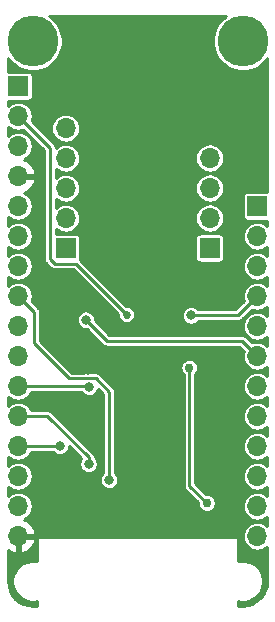
<source format=gbl>
G04 #@! TF.GenerationSoftware,KiCad,Pcbnew,5.1.4-e60b266~84~ubuntu19.04.1*
G04 #@! TF.CreationDate,2019-10-25T13:24:14-07:00*
G04 #@! TF.ProjectId,Wifi-FeatherWing,57696669-2d46-4656-9174-68657257696e,rev?*
G04 #@! TF.SameCoordinates,Original*
G04 #@! TF.FileFunction,Copper,L2,Bot*
G04 #@! TF.FilePolarity,Positive*
%FSLAX46Y46*%
G04 Gerber Fmt 4.6, Leading zero omitted, Abs format (unit mm)*
G04 Created by KiCad (PCBNEW 5.1.4-e60b266~84~ubuntu19.04.1) date 2019-10-25 13:24:14*
%MOMM*%
%LPD*%
G04 APERTURE LIST*
%ADD10O,1.700000X1.700000*%
%ADD11R,1.700000X1.700000*%
%ADD12C,4.300000*%
%ADD13C,0.800000*%
%ADD14C,0.762000*%
%ADD15C,0.685800*%
%ADD16C,0.250000*%
%ADD17C,0.228600*%
%ADD18C,0.254000*%
G04 APERTURE END LIST*
D10*
X163525200Y-120416320D03*
X163525200Y-117876320D03*
X163525200Y-115336320D03*
X163525200Y-112796320D03*
X163525200Y-110256320D03*
X163525200Y-107716320D03*
X163525200Y-105176320D03*
X163525200Y-102636320D03*
X163525200Y-100096320D03*
X163525200Y-97556320D03*
X163525200Y-95016320D03*
D11*
X163525200Y-92476320D03*
X143289020Y-82314560D03*
D10*
X143289020Y-84854560D03*
X143289020Y-87394560D03*
X143289020Y-89934560D03*
X143289020Y-92474560D03*
X143289020Y-95014560D03*
X143289020Y-97554560D03*
X143289020Y-100094560D03*
X143289020Y-102634560D03*
X143289020Y-105174560D03*
X143289020Y-107714560D03*
X143289020Y-110254560D03*
X143289020Y-112794560D03*
X143289020Y-115334560D03*
X143289020Y-117874560D03*
X143289020Y-120414560D03*
D12*
X144520920Y-78519020D03*
X162300920Y-78519020D03*
D11*
X159512000Y-96024700D03*
D10*
X159512000Y-93484700D03*
X159512000Y-90944700D03*
X159512000Y-88404700D03*
D11*
X147320000Y-96037400D03*
D10*
X147320000Y-93497400D03*
X147320000Y-90957400D03*
X147320000Y-88417400D03*
X147320000Y-85877400D03*
D13*
X149011990Y-102093960D03*
X159448500Y-115570000D03*
X153901000Y-111081600D03*
D14*
X148457920Y-98996510D03*
D15*
X148717000Y-103378000D03*
X153924000Y-108458000D03*
X156464000Y-111125000D03*
D13*
X149224992Y-106331828D03*
D15*
X158622994Y-99060000D03*
D14*
X145605500Y-100965000D03*
D15*
X154051000Y-98996500D03*
D14*
X159263080Y-117612160D03*
X157784796Y-106146600D03*
D15*
X152463484Y-101663484D03*
D13*
X150992842Y-115671600D03*
X149254377Y-114311390D03*
X146812000Y-112776000D03*
X149311360Y-107772200D03*
X157924530Y-101727000D03*
D16*
X149411989Y-102493959D02*
X149011990Y-102093960D01*
X150778630Y-103860600D02*
X149411989Y-102493959D01*
X163525200Y-105176320D02*
X162209480Y-103860600D01*
X162209480Y-103860600D02*
X150778630Y-103860600D01*
D17*
X157784796Y-106685415D02*
X157784796Y-106146600D01*
X159263080Y-117612160D02*
X157784796Y-116133876D01*
X157784796Y-116133876D02*
X157784796Y-106685415D01*
X148145500Y-97345500D02*
X152463484Y-101663484D01*
X146367500Y-97345500D02*
X148145500Y-97345500D01*
X145968720Y-96946720D02*
X146367500Y-97345500D01*
X143289020Y-84854560D02*
X145968720Y-87534260D01*
X145968720Y-87534260D02*
X145968720Y-96946720D01*
D16*
X150992842Y-115105915D02*
X150992842Y-115671600D01*
X150992842Y-108193842D02*
X150992842Y-115105915D01*
X148971000Y-107061000D02*
X149860000Y-107061000D01*
X149860000Y-107061000D02*
X150992842Y-108193842D01*
D17*
X147634960Y-107061000D02*
X148907500Y-107061000D01*
X144647920Y-104073960D02*
X147634960Y-107061000D01*
X143289020Y-100094560D02*
X144647920Y-101453460D01*
X144647920Y-101453460D02*
X144647920Y-104073960D01*
D16*
X145763232Y-110254560D02*
X149254377Y-113745705D01*
X149254377Y-113745705D02*
X149254377Y-114311390D01*
X143289020Y-110254560D02*
X145763232Y-110254560D01*
X143289020Y-112794560D02*
X146793440Y-112794560D01*
X146793440Y-112794560D02*
X146812000Y-112776000D01*
X149253720Y-107714560D02*
X149311360Y-107772200D01*
X143289020Y-107714560D02*
X149253720Y-107714560D01*
X161894520Y-101727000D02*
X158490215Y-101727000D01*
X158490215Y-101727000D02*
X157924530Y-101727000D01*
X163525200Y-100096320D02*
X161894520Y-101727000D01*
D18*
G36*
X160687502Y-76553064D02*
G01*
X160334964Y-76905602D01*
X160057977Y-77320142D01*
X159867185Y-77780755D01*
X159769920Y-78269738D01*
X159769920Y-78768302D01*
X159867185Y-79257285D01*
X160057977Y-79717898D01*
X160334964Y-80132438D01*
X160687502Y-80484976D01*
X161102042Y-80761963D01*
X161562655Y-80952755D01*
X162051638Y-81050020D01*
X162550202Y-81050020D01*
X163039185Y-80952755D01*
X163499798Y-80761963D01*
X163914338Y-80484976D01*
X164266876Y-80132438D01*
X164381360Y-79961101D01*
X164381360Y-91244084D01*
X164375200Y-91243477D01*
X162675200Y-91243477D01*
X162600511Y-91250833D01*
X162528692Y-91272619D01*
X162462504Y-91307998D01*
X162404489Y-91355609D01*
X162356878Y-91413624D01*
X162321499Y-91479812D01*
X162299713Y-91551631D01*
X162292357Y-91626320D01*
X162292357Y-93326320D01*
X162299713Y-93401009D01*
X162321499Y-93472828D01*
X162356878Y-93539016D01*
X162404489Y-93597031D01*
X162462504Y-93644642D01*
X162528692Y-93680021D01*
X162600511Y-93701807D01*
X162675200Y-93709163D01*
X164375200Y-93709163D01*
X164381360Y-93708556D01*
X164381360Y-94126478D01*
X164212416Y-93987829D01*
X163998563Y-93873522D01*
X163766518Y-93803132D01*
X163585672Y-93785320D01*
X163464728Y-93785320D01*
X163283882Y-93803132D01*
X163051837Y-93873522D01*
X162837984Y-93987829D01*
X162650540Y-94141660D01*
X162496709Y-94329104D01*
X162382402Y-94542957D01*
X162312012Y-94775002D01*
X162288244Y-95016320D01*
X162312012Y-95257638D01*
X162382402Y-95489683D01*
X162496709Y-95703536D01*
X162650540Y-95890980D01*
X162837984Y-96044811D01*
X163051837Y-96159118D01*
X163283882Y-96229508D01*
X163464728Y-96247320D01*
X163585672Y-96247320D01*
X163766518Y-96229508D01*
X163998563Y-96159118D01*
X164212416Y-96044811D01*
X164381360Y-95906162D01*
X164381360Y-96666478D01*
X164212416Y-96527829D01*
X163998563Y-96413522D01*
X163766518Y-96343132D01*
X163585672Y-96325320D01*
X163464728Y-96325320D01*
X163283882Y-96343132D01*
X163051837Y-96413522D01*
X162837984Y-96527829D01*
X162650540Y-96681660D01*
X162496709Y-96869104D01*
X162382402Y-97082957D01*
X162312012Y-97315002D01*
X162288244Y-97556320D01*
X162312012Y-97797638D01*
X162382402Y-98029683D01*
X162496709Y-98243536D01*
X162650540Y-98430980D01*
X162837984Y-98584811D01*
X163051837Y-98699118D01*
X163283882Y-98769508D01*
X163464728Y-98787320D01*
X163585672Y-98787320D01*
X163766518Y-98769508D01*
X163998563Y-98699118D01*
X164212416Y-98584811D01*
X164381360Y-98446162D01*
X164381360Y-99206478D01*
X164212416Y-99067829D01*
X163998563Y-98953522D01*
X163766518Y-98883132D01*
X163585672Y-98865320D01*
X163464728Y-98865320D01*
X163283882Y-98883132D01*
X163051837Y-98953522D01*
X162837984Y-99067829D01*
X162650540Y-99221660D01*
X162496709Y-99409104D01*
X162382402Y-99622957D01*
X162312012Y-99855002D01*
X162288244Y-100096320D01*
X162312012Y-100337638D01*
X162371659Y-100534269D01*
X161684929Y-101221000D01*
X158523031Y-101221000D01*
X158422389Y-101120358D01*
X158294472Y-101034887D01*
X158152339Y-100976013D01*
X158001452Y-100946000D01*
X157847608Y-100946000D01*
X157696721Y-100976013D01*
X157554588Y-101034887D01*
X157426671Y-101120358D01*
X157317888Y-101229141D01*
X157232417Y-101357058D01*
X157173543Y-101499191D01*
X157143530Y-101650078D01*
X157143530Y-101803922D01*
X157173543Y-101954809D01*
X157232417Y-102096942D01*
X157317888Y-102224859D01*
X157426671Y-102333642D01*
X157554588Y-102419113D01*
X157696721Y-102477987D01*
X157847608Y-102508000D01*
X158001452Y-102508000D01*
X158152339Y-102477987D01*
X158294472Y-102419113D01*
X158422389Y-102333642D01*
X158523031Y-102233000D01*
X161869674Y-102233000D01*
X161894520Y-102235447D01*
X161919366Y-102233000D01*
X161919374Y-102233000D01*
X161993713Y-102225678D01*
X162089095Y-102196745D01*
X162176999Y-102149759D01*
X162254047Y-102086527D01*
X162269896Y-102067215D01*
X163087251Y-101249861D01*
X163283882Y-101309508D01*
X163464728Y-101327320D01*
X163585672Y-101327320D01*
X163766518Y-101309508D01*
X163998563Y-101239118D01*
X164212416Y-101124811D01*
X164381360Y-100986162D01*
X164381361Y-101746478D01*
X164212416Y-101607829D01*
X163998563Y-101493522D01*
X163766518Y-101423132D01*
X163585672Y-101405320D01*
X163464728Y-101405320D01*
X163283882Y-101423132D01*
X163051837Y-101493522D01*
X162837984Y-101607829D01*
X162650540Y-101761660D01*
X162496709Y-101949104D01*
X162382402Y-102162957D01*
X162312012Y-102395002D01*
X162288244Y-102636320D01*
X162312012Y-102877638D01*
X162382402Y-103109683D01*
X162496709Y-103323536D01*
X162650540Y-103510980D01*
X162837984Y-103664811D01*
X163051837Y-103779118D01*
X163283882Y-103849508D01*
X163464728Y-103867320D01*
X163585672Y-103867320D01*
X163766518Y-103849508D01*
X163998563Y-103779118D01*
X164212416Y-103664811D01*
X164381361Y-103526162D01*
X164381361Y-104286478D01*
X164212416Y-104147829D01*
X163998563Y-104033522D01*
X163766518Y-103963132D01*
X163585672Y-103945320D01*
X163464728Y-103945320D01*
X163283882Y-103963132D01*
X163087251Y-104022779D01*
X162584856Y-103520385D01*
X162569007Y-103501073D01*
X162491959Y-103437841D01*
X162404055Y-103390855D01*
X162308673Y-103361922D01*
X162234334Y-103354600D01*
X162234326Y-103354600D01*
X162209480Y-103352153D01*
X162184634Y-103354600D01*
X150988222Y-103354600D01*
X149792990Y-102159369D01*
X149792990Y-102017038D01*
X149762977Y-101866151D01*
X149704103Y-101724018D01*
X149618632Y-101596101D01*
X149509849Y-101487318D01*
X149381932Y-101401847D01*
X149239799Y-101342973D01*
X149088912Y-101312960D01*
X148935068Y-101312960D01*
X148784181Y-101342973D01*
X148642048Y-101401847D01*
X148514131Y-101487318D01*
X148405348Y-101596101D01*
X148319877Y-101724018D01*
X148261003Y-101866151D01*
X148230990Y-102017038D01*
X148230990Y-102170882D01*
X148261003Y-102321769D01*
X148319877Y-102463902D01*
X148405348Y-102591819D01*
X148514131Y-102700602D01*
X148642048Y-102786073D01*
X148784181Y-102844947D01*
X148935068Y-102874960D01*
X149077399Y-102874960D01*
X150403258Y-104200820D01*
X150419103Y-104220127D01*
X150496151Y-104283359D01*
X150584055Y-104330345D01*
X150679436Y-104359278D01*
X150689324Y-104360252D01*
X150753776Y-104366600D01*
X150753783Y-104366600D01*
X150778629Y-104369047D01*
X150803475Y-104366600D01*
X161999889Y-104366600D01*
X162371659Y-104738371D01*
X162312012Y-104935002D01*
X162288244Y-105176320D01*
X162312012Y-105417638D01*
X162382402Y-105649683D01*
X162496709Y-105863536D01*
X162650540Y-106050980D01*
X162837984Y-106204811D01*
X163051837Y-106319118D01*
X163283882Y-106389508D01*
X163464728Y-106407320D01*
X163585672Y-106407320D01*
X163766518Y-106389508D01*
X163998563Y-106319118D01*
X164212416Y-106204811D01*
X164381361Y-106066162D01*
X164381361Y-106826478D01*
X164212416Y-106687829D01*
X163998563Y-106573522D01*
X163766518Y-106503132D01*
X163585672Y-106485320D01*
X163464728Y-106485320D01*
X163283882Y-106503132D01*
X163051837Y-106573522D01*
X162837984Y-106687829D01*
X162650540Y-106841660D01*
X162496709Y-107029104D01*
X162382402Y-107242957D01*
X162312012Y-107475002D01*
X162288244Y-107716320D01*
X162312012Y-107957638D01*
X162382402Y-108189683D01*
X162496709Y-108403536D01*
X162650540Y-108590980D01*
X162837984Y-108744811D01*
X163051837Y-108859118D01*
X163283882Y-108929508D01*
X163464728Y-108947320D01*
X163585672Y-108947320D01*
X163766518Y-108929508D01*
X163998563Y-108859118D01*
X164212416Y-108744811D01*
X164381361Y-108606162D01*
X164381361Y-109366478D01*
X164212416Y-109227829D01*
X163998563Y-109113522D01*
X163766518Y-109043132D01*
X163585672Y-109025320D01*
X163464728Y-109025320D01*
X163283882Y-109043132D01*
X163051837Y-109113522D01*
X162837984Y-109227829D01*
X162650540Y-109381660D01*
X162496709Y-109569104D01*
X162382402Y-109782957D01*
X162312012Y-110015002D01*
X162288244Y-110256320D01*
X162312012Y-110497638D01*
X162382402Y-110729683D01*
X162496709Y-110943536D01*
X162650540Y-111130980D01*
X162837984Y-111284811D01*
X163051837Y-111399118D01*
X163283882Y-111469508D01*
X163464728Y-111487320D01*
X163585672Y-111487320D01*
X163766518Y-111469508D01*
X163998563Y-111399118D01*
X164212416Y-111284811D01*
X164381361Y-111146162D01*
X164381361Y-111906478D01*
X164212416Y-111767829D01*
X163998563Y-111653522D01*
X163766518Y-111583132D01*
X163585672Y-111565320D01*
X163464728Y-111565320D01*
X163283882Y-111583132D01*
X163051837Y-111653522D01*
X162837984Y-111767829D01*
X162650540Y-111921660D01*
X162496709Y-112109104D01*
X162382402Y-112322957D01*
X162312012Y-112555002D01*
X162288244Y-112796320D01*
X162312012Y-113037638D01*
X162382402Y-113269683D01*
X162496709Y-113483536D01*
X162650540Y-113670980D01*
X162837984Y-113824811D01*
X163051837Y-113939118D01*
X163283882Y-114009508D01*
X163464728Y-114027320D01*
X163585672Y-114027320D01*
X163766518Y-114009508D01*
X163998563Y-113939118D01*
X164212416Y-113824811D01*
X164381361Y-113686162D01*
X164381361Y-114446478D01*
X164212416Y-114307829D01*
X163998563Y-114193522D01*
X163766518Y-114123132D01*
X163585672Y-114105320D01*
X163464728Y-114105320D01*
X163283882Y-114123132D01*
X163051837Y-114193522D01*
X162837984Y-114307829D01*
X162650540Y-114461660D01*
X162496709Y-114649104D01*
X162382402Y-114862957D01*
X162312012Y-115095002D01*
X162288244Y-115336320D01*
X162312012Y-115577638D01*
X162382402Y-115809683D01*
X162496709Y-116023536D01*
X162650540Y-116210980D01*
X162837984Y-116364811D01*
X163051837Y-116479118D01*
X163283882Y-116549508D01*
X163464728Y-116567320D01*
X163585672Y-116567320D01*
X163766518Y-116549508D01*
X163998563Y-116479118D01*
X164212416Y-116364811D01*
X164381361Y-116226162D01*
X164381361Y-116986478D01*
X164212416Y-116847829D01*
X163998563Y-116733522D01*
X163766518Y-116663132D01*
X163585672Y-116645320D01*
X163464728Y-116645320D01*
X163283882Y-116663132D01*
X163051837Y-116733522D01*
X162837984Y-116847829D01*
X162650540Y-117001660D01*
X162496709Y-117189104D01*
X162382402Y-117402957D01*
X162312012Y-117635002D01*
X162288244Y-117876320D01*
X162312012Y-118117638D01*
X162382402Y-118349683D01*
X162496709Y-118563536D01*
X162650540Y-118750980D01*
X162837984Y-118904811D01*
X163051837Y-119019118D01*
X163283882Y-119089508D01*
X163464728Y-119107320D01*
X163585672Y-119107320D01*
X163766518Y-119089508D01*
X163998563Y-119019118D01*
X164212416Y-118904811D01*
X164381361Y-118766162D01*
X164381361Y-119526478D01*
X164212416Y-119387829D01*
X163998563Y-119273522D01*
X163766518Y-119203132D01*
X163585672Y-119185320D01*
X163464728Y-119185320D01*
X163283882Y-119203132D01*
X163051837Y-119273522D01*
X162837984Y-119387829D01*
X162650540Y-119541660D01*
X162496709Y-119729104D01*
X162382402Y-119942957D01*
X162312012Y-120175002D01*
X162288244Y-120416320D01*
X162312012Y-120657638D01*
X162382402Y-120889683D01*
X162496709Y-121103536D01*
X162650540Y-121290980D01*
X162837984Y-121444811D01*
X163051837Y-121559118D01*
X163283882Y-121629508D01*
X163464728Y-121647320D01*
X163585672Y-121647320D01*
X163766518Y-121629508D01*
X163998563Y-121559118D01*
X164212416Y-121444811D01*
X164381361Y-121306162D01*
X164381361Y-124202244D01*
X164339525Y-124628919D01*
X164222092Y-125017879D01*
X164031347Y-125376618D01*
X163774553Y-125691478D01*
X163461498Y-125950459D01*
X163104094Y-126143707D01*
X162715966Y-126263853D01*
X162290604Y-126308560D01*
X161925000Y-126308560D01*
X161925000Y-125929157D01*
X162130431Y-125970020D01*
X162471409Y-125970020D01*
X162805834Y-125903499D01*
X163120856Y-125773013D01*
X163404368Y-125583576D01*
X163645476Y-125342468D01*
X163834913Y-125058956D01*
X163965399Y-124743934D01*
X164031920Y-124409509D01*
X164031920Y-124068531D01*
X163965399Y-123734106D01*
X163834913Y-123419084D01*
X163645476Y-123135572D01*
X163404368Y-122894464D01*
X163120856Y-122705027D01*
X162805834Y-122574541D01*
X162471409Y-122508020D01*
X162130431Y-122508020D01*
X161925000Y-122548883D01*
X161925000Y-120650000D01*
X161922560Y-120625224D01*
X161915333Y-120601399D01*
X161903597Y-120579443D01*
X161887803Y-120560197D01*
X161868557Y-120544403D01*
X161846601Y-120532667D01*
X161822776Y-120525440D01*
X161798000Y-120523000D01*
X145034000Y-120523000D01*
X145009224Y-120525440D01*
X144985399Y-120532667D01*
X144963443Y-120544403D01*
X144944197Y-120560197D01*
X144928403Y-120579443D01*
X144916667Y-120601399D01*
X144909440Y-120625224D01*
X144907000Y-120650000D01*
X144907000Y-122550904D01*
X144691409Y-122508020D01*
X144350431Y-122508020D01*
X144016006Y-122574541D01*
X143700984Y-122705027D01*
X143417472Y-122894464D01*
X143176364Y-123135572D01*
X142986927Y-123419084D01*
X142856441Y-123734106D01*
X142789920Y-124068531D01*
X142789920Y-124409509D01*
X142856441Y-124743934D01*
X142986927Y-125058956D01*
X143176364Y-125342468D01*
X143417472Y-125583576D01*
X143700984Y-125773013D01*
X144016006Y-125903499D01*
X144350431Y-125970020D01*
X144691409Y-125970020D01*
X144907000Y-125927136D01*
X144907000Y-126308560D01*
X144539665Y-126308560D01*
X144113001Y-126266725D01*
X143724041Y-126149292D01*
X143365302Y-125958547D01*
X143050442Y-125701753D01*
X142791461Y-125388698D01*
X142598213Y-125031294D01*
X142478067Y-124643166D01*
X142433360Y-124217804D01*
X142433360Y-121625044D01*
X142657768Y-121758717D01*
X142932129Y-121856041D01*
X143162020Y-121735374D01*
X143162020Y-120541560D01*
X143416020Y-120541560D01*
X143416020Y-121735374D01*
X143645911Y-121856041D01*
X143920272Y-121758717D01*
X144170375Y-121609738D01*
X144386608Y-121414829D01*
X144560661Y-121181480D01*
X144685845Y-120918659D01*
X144730496Y-120771450D01*
X144609175Y-120541560D01*
X143416020Y-120541560D01*
X143162020Y-120541560D01*
X143142020Y-120541560D01*
X143142020Y-120287560D01*
X143162020Y-120287560D01*
X143162020Y-120267560D01*
X143416020Y-120267560D01*
X143416020Y-120287560D01*
X144609175Y-120287560D01*
X144730496Y-120057670D01*
X144685845Y-119910461D01*
X144560661Y-119647640D01*
X144386608Y-119414291D01*
X144170375Y-119219382D01*
X143920272Y-119070403D01*
X143765715Y-119015577D01*
X143976236Y-118903051D01*
X144163680Y-118749220D01*
X144317511Y-118561776D01*
X144431818Y-118347923D01*
X144502208Y-118115878D01*
X144525976Y-117874560D01*
X144502208Y-117633242D01*
X144431818Y-117401197D01*
X144317511Y-117187344D01*
X144163680Y-116999900D01*
X143976236Y-116846069D01*
X143762383Y-116731762D01*
X143530338Y-116661372D01*
X143349492Y-116643560D01*
X143228548Y-116643560D01*
X143047702Y-116661372D01*
X142815657Y-116731762D01*
X142601804Y-116846069D01*
X142433360Y-116984307D01*
X142433360Y-116224813D01*
X142601804Y-116363051D01*
X142815657Y-116477358D01*
X143047702Y-116547748D01*
X143228548Y-116565560D01*
X143349492Y-116565560D01*
X143530338Y-116547748D01*
X143762383Y-116477358D01*
X143976236Y-116363051D01*
X144163680Y-116209220D01*
X144317511Y-116021776D01*
X144431818Y-115807923D01*
X144502208Y-115575878D01*
X144525976Y-115334560D01*
X144502208Y-115093242D01*
X144431818Y-114861197D01*
X144317511Y-114647344D01*
X144163680Y-114459900D01*
X143976236Y-114306069D01*
X143762383Y-114191762D01*
X143530338Y-114121372D01*
X143349492Y-114103560D01*
X143228548Y-114103560D01*
X143047702Y-114121372D01*
X142815657Y-114191762D01*
X142601804Y-114306069D01*
X142433360Y-114444307D01*
X142433360Y-113684813D01*
X142601804Y-113823051D01*
X142815657Y-113937358D01*
X143047702Y-114007748D01*
X143228548Y-114025560D01*
X143349492Y-114025560D01*
X143530338Y-114007748D01*
X143762383Y-113937358D01*
X143976236Y-113823051D01*
X144163680Y-113669220D01*
X144317511Y-113481776D01*
X144414373Y-113300560D01*
X146232059Y-113300560D01*
X146314141Y-113382642D01*
X146442058Y-113468113D01*
X146584191Y-113526987D01*
X146735078Y-113557000D01*
X146888922Y-113557000D01*
X147039809Y-113526987D01*
X147181942Y-113468113D01*
X147309859Y-113382642D01*
X147418642Y-113273859D01*
X147504113Y-113145942D01*
X147562987Y-113003809D01*
X147593000Y-112852922D01*
X147593000Y-112799920D01*
X148631263Y-113838183D01*
X148562264Y-113941448D01*
X148503390Y-114083581D01*
X148473377Y-114234468D01*
X148473377Y-114388312D01*
X148503390Y-114539199D01*
X148562264Y-114681332D01*
X148647735Y-114809249D01*
X148756518Y-114918032D01*
X148884435Y-115003503D01*
X149026568Y-115062377D01*
X149177455Y-115092390D01*
X149331299Y-115092390D01*
X149482186Y-115062377D01*
X149624319Y-115003503D01*
X149752236Y-114918032D01*
X149861019Y-114809249D01*
X149946490Y-114681332D01*
X150005364Y-114539199D01*
X150035377Y-114388312D01*
X150035377Y-114234468D01*
X150005364Y-114083581D01*
X149946490Y-113941448D01*
X149861019Y-113813531D01*
X149759507Y-113712019D01*
X149753055Y-113646512D01*
X149724122Y-113551130D01*
X149711217Y-113526987D01*
X149677136Y-113463226D01*
X149613904Y-113386178D01*
X149594597Y-113370333D01*
X146138608Y-109914345D01*
X146122759Y-109895033D01*
X146045711Y-109831801D01*
X145957807Y-109784815D01*
X145862425Y-109755882D01*
X145788086Y-109748560D01*
X145788078Y-109748560D01*
X145763232Y-109746113D01*
X145738386Y-109748560D01*
X144414373Y-109748560D01*
X144317511Y-109567344D01*
X144163680Y-109379900D01*
X143976236Y-109226069D01*
X143762383Y-109111762D01*
X143530338Y-109041372D01*
X143349492Y-109023560D01*
X143228548Y-109023560D01*
X143047702Y-109041372D01*
X142815657Y-109111762D01*
X142601804Y-109226069D01*
X142433360Y-109364307D01*
X142433360Y-108604813D01*
X142601804Y-108743051D01*
X142815657Y-108857358D01*
X143047702Y-108927748D01*
X143228548Y-108945560D01*
X143349492Y-108945560D01*
X143530338Y-108927748D01*
X143762383Y-108857358D01*
X143976236Y-108743051D01*
X144163680Y-108589220D01*
X144317511Y-108401776D01*
X144414373Y-108220560D01*
X148671644Y-108220560D01*
X148704718Y-108270059D01*
X148813501Y-108378842D01*
X148941418Y-108464313D01*
X149083551Y-108523187D01*
X149234438Y-108553200D01*
X149388282Y-108553200D01*
X149539169Y-108523187D01*
X149681302Y-108464313D01*
X149809219Y-108378842D01*
X149918002Y-108270059D01*
X150003473Y-108142142D01*
X150062347Y-108000009D01*
X150065843Y-107982434D01*
X150486842Y-108403434D01*
X150486843Y-115073098D01*
X150386200Y-115173741D01*
X150300729Y-115301658D01*
X150241855Y-115443791D01*
X150211842Y-115594678D01*
X150211842Y-115748522D01*
X150241855Y-115899409D01*
X150300729Y-116041542D01*
X150386200Y-116169459D01*
X150494983Y-116278242D01*
X150622900Y-116363713D01*
X150765033Y-116422587D01*
X150915920Y-116452600D01*
X151069764Y-116452600D01*
X151220651Y-116422587D01*
X151362784Y-116363713D01*
X151490701Y-116278242D01*
X151599484Y-116169459D01*
X151684955Y-116041542D01*
X151743829Y-115899409D01*
X151773842Y-115748522D01*
X151773842Y-115594678D01*
X151743829Y-115443791D01*
X151684955Y-115301658D01*
X151599484Y-115173741D01*
X151498842Y-115073099D01*
X151498842Y-108218696D01*
X151501290Y-108193842D01*
X151491520Y-108094649D01*
X151462587Y-107999267D01*
X151445219Y-107966774D01*
X151415601Y-107911363D01*
X151352369Y-107834315D01*
X151333062Y-107818470D01*
X150235376Y-106720785D01*
X150219527Y-106701473D01*
X150142479Y-106638241D01*
X150054575Y-106591255D01*
X149959193Y-106562322D01*
X149884854Y-106555000D01*
X149884846Y-106555000D01*
X149860000Y-106552553D01*
X149835154Y-106555000D01*
X148946146Y-106555000D01*
X148871807Y-106562322D01*
X148860671Y-106565700D01*
X147840120Y-106565700D01*
X147345970Y-106071550D01*
X157022796Y-106071550D01*
X157022796Y-106221650D01*
X157052079Y-106368867D01*
X157109520Y-106507542D01*
X157192912Y-106632347D01*
X157289497Y-106728932D01*
X157289496Y-116109559D01*
X157287101Y-116133876D01*
X157289496Y-116158193D01*
X157289496Y-116158202D01*
X157296663Y-116230971D01*
X157324985Y-116324335D01*
X157370977Y-116410381D01*
X157432872Y-116485800D01*
X157451771Y-116501310D01*
X158501080Y-117550620D01*
X158501080Y-117687210D01*
X158530363Y-117834427D01*
X158587804Y-117973102D01*
X158671196Y-118097907D01*
X158777333Y-118204044D01*
X158902138Y-118287436D01*
X159040813Y-118344877D01*
X159188030Y-118374160D01*
X159338130Y-118374160D01*
X159485347Y-118344877D01*
X159624022Y-118287436D01*
X159748827Y-118204044D01*
X159854964Y-118097907D01*
X159938356Y-117973102D01*
X159995797Y-117834427D01*
X160025080Y-117687210D01*
X160025080Y-117537110D01*
X159995797Y-117389893D01*
X159938356Y-117251218D01*
X159854964Y-117126413D01*
X159748827Y-117020276D01*
X159624022Y-116936884D01*
X159485347Y-116879443D01*
X159338130Y-116850160D01*
X159201540Y-116850160D01*
X158280096Y-115928717D01*
X158280096Y-106728931D01*
X158376680Y-106632347D01*
X158460072Y-106507542D01*
X158517513Y-106368867D01*
X158546796Y-106221650D01*
X158546796Y-106071550D01*
X158517513Y-105924333D01*
X158460072Y-105785658D01*
X158376680Y-105660853D01*
X158270543Y-105554716D01*
X158145738Y-105471324D01*
X158007063Y-105413883D01*
X157859846Y-105384600D01*
X157709746Y-105384600D01*
X157562529Y-105413883D01*
X157423854Y-105471324D01*
X157299049Y-105554716D01*
X157192912Y-105660853D01*
X157109520Y-105785658D01*
X157052079Y-105924333D01*
X157022796Y-106071550D01*
X147345970Y-106071550D01*
X145143220Y-103868801D01*
X145143220Y-101477777D01*
X145145615Y-101453460D01*
X145143220Y-101429143D01*
X145143220Y-101429133D01*
X145136053Y-101356364D01*
X145107731Y-101263000D01*
X145061739Y-101176955D01*
X145015351Y-101120431D01*
X145015350Y-101120430D01*
X144999844Y-101101536D01*
X144980950Y-101086030D01*
X144439039Y-100544119D01*
X144502208Y-100335878D01*
X144525976Y-100094560D01*
X144502208Y-99853242D01*
X144431818Y-99621197D01*
X144317511Y-99407344D01*
X144163680Y-99219900D01*
X143976236Y-99066069D01*
X143762383Y-98951762D01*
X143530338Y-98881372D01*
X143349492Y-98863560D01*
X143228548Y-98863560D01*
X143047702Y-98881372D01*
X142815657Y-98951762D01*
X142601804Y-99066069D01*
X142433360Y-99204307D01*
X142433360Y-98444813D01*
X142601804Y-98583051D01*
X142815657Y-98697358D01*
X143047702Y-98767748D01*
X143228548Y-98785560D01*
X143349492Y-98785560D01*
X143530338Y-98767748D01*
X143762383Y-98697358D01*
X143976236Y-98583051D01*
X144163680Y-98429220D01*
X144317511Y-98241776D01*
X144431818Y-98027923D01*
X144502208Y-97795878D01*
X144525976Y-97554560D01*
X144502208Y-97313242D01*
X144431818Y-97081197D01*
X144317511Y-96867344D01*
X144163680Y-96679900D01*
X143976236Y-96526069D01*
X143762383Y-96411762D01*
X143530338Y-96341372D01*
X143349492Y-96323560D01*
X143228548Y-96323560D01*
X143047702Y-96341372D01*
X142815657Y-96411762D01*
X142601804Y-96526069D01*
X142433360Y-96664307D01*
X142433360Y-95904813D01*
X142601804Y-96043051D01*
X142815657Y-96157358D01*
X143047702Y-96227748D01*
X143228548Y-96245560D01*
X143349492Y-96245560D01*
X143530338Y-96227748D01*
X143762383Y-96157358D01*
X143976236Y-96043051D01*
X144163680Y-95889220D01*
X144317511Y-95701776D01*
X144431818Y-95487923D01*
X144502208Y-95255878D01*
X144525976Y-95014560D01*
X144502208Y-94773242D01*
X144431818Y-94541197D01*
X144317511Y-94327344D01*
X144163680Y-94139900D01*
X143976236Y-93986069D01*
X143762383Y-93871762D01*
X143530338Y-93801372D01*
X143349492Y-93783560D01*
X143228548Y-93783560D01*
X143047702Y-93801372D01*
X142815657Y-93871762D01*
X142601804Y-93986069D01*
X142433360Y-94124307D01*
X142433360Y-93364813D01*
X142601804Y-93503051D01*
X142815657Y-93617358D01*
X143047702Y-93687748D01*
X143228548Y-93705560D01*
X143349492Y-93705560D01*
X143530338Y-93687748D01*
X143762383Y-93617358D01*
X143976236Y-93503051D01*
X144163680Y-93349220D01*
X144317511Y-93161776D01*
X144431818Y-92947923D01*
X144502208Y-92715878D01*
X144525976Y-92474560D01*
X144502208Y-92233242D01*
X144431818Y-92001197D01*
X144317511Y-91787344D01*
X144163680Y-91599900D01*
X143976236Y-91446069D01*
X143765715Y-91333543D01*
X143920272Y-91278717D01*
X144170375Y-91129738D01*
X144386608Y-90934829D01*
X144560661Y-90701480D01*
X144685845Y-90438659D01*
X144730496Y-90291450D01*
X144609175Y-90061560D01*
X143416020Y-90061560D01*
X143416020Y-90081560D01*
X143162020Y-90081560D01*
X143162020Y-90061560D01*
X143142020Y-90061560D01*
X143142020Y-89807560D01*
X143162020Y-89807560D01*
X143162020Y-89787560D01*
X143416020Y-89787560D01*
X143416020Y-89807560D01*
X144609175Y-89807560D01*
X144730496Y-89577670D01*
X144685845Y-89430461D01*
X144560661Y-89167640D01*
X144386608Y-88934291D01*
X144170375Y-88739382D01*
X143920272Y-88590403D01*
X143765715Y-88535577D01*
X143976236Y-88423051D01*
X144163680Y-88269220D01*
X144317511Y-88081776D01*
X144431818Y-87867923D01*
X144502208Y-87635878D01*
X144525976Y-87394560D01*
X144502208Y-87153242D01*
X144431818Y-86921197D01*
X144317511Y-86707344D01*
X144163680Y-86519900D01*
X143976236Y-86366069D01*
X143762383Y-86251762D01*
X143530338Y-86181372D01*
X143349492Y-86163560D01*
X143228548Y-86163560D01*
X143047702Y-86181372D01*
X142815657Y-86251762D01*
X142601804Y-86366069D01*
X142433360Y-86504307D01*
X142433360Y-85744813D01*
X142601804Y-85883051D01*
X142815657Y-85997358D01*
X143047702Y-86067748D01*
X143228548Y-86085560D01*
X143349492Y-86085560D01*
X143530338Y-86067748D01*
X143738579Y-86004579D01*
X145473420Y-87739420D01*
X145473421Y-96922393D01*
X145471025Y-96946720D01*
X145480588Y-97043815D01*
X145508909Y-97137179D01*
X145554901Y-97223224D01*
X145593489Y-97270243D01*
X145616797Y-97298644D01*
X145635690Y-97314149D01*
X146000068Y-97678528D01*
X146015576Y-97697424D01*
X146090995Y-97759319D01*
X146177040Y-97805311D01*
X146270404Y-97833633D01*
X146343173Y-97840800D01*
X146343182Y-97840800D01*
X146367499Y-97843195D01*
X146391816Y-97840800D01*
X147940341Y-97840800D01*
X151739584Y-101640044D01*
X151739584Y-101734782D01*
X151767403Y-101874638D01*
X151821972Y-102006379D01*
X151901194Y-102124944D01*
X152002024Y-102225774D01*
X152120589Y-102304996D01*
X152252330Y-102359565D01*
X152392186Y-102387384D01*
X152534782Y-102387384D01*
X152674638Y-102359565D01*
X152806379Y-102304996D01*
X152924944Y-102225774D01*
X153025774Y-102124944D01*
X153104996Y-102006379D01*
X153159565Y-101874638D01*
X153187384Y-101734782D01*
X153187384Y-101592186D01*
X153159565Y-101452330D01*
X153104996Y-101320589D01*
X153025774Y-101202024D01*
X152924944Y-101101194D01*
X152806379Y-101021972D01*
X152674638Y-100967403D01*
X152534782Y-100939584D01*
X152440044Y-100939584D01*
X148526183Y-97025724D01*
X148545487Y-96962089D01*
X148552843Y-96887400D01*
X148552843Y-95187400D01*
X148551593Y-95174700D01*
X158279157Y-95174700D01*
X158279157Y-96874700D01*
X158286513Y-96949389D01*
X158308299Y-97021208D01*
X158343678Y-97087396D01*
X158391289Y-97145411D01*
X158449304Y-97193022D01*
X158515492Y-97228401D01*
X158587311Y-97250187D01*
X158662000Y-97257543D01*
X160362000Y-97257543D01*
X160436689Y-97250187D01*
X160508508Y-97228401D01*
X160574696Y-97193022D01*
X160632711Y-97145411D01*
X160680322Y-97087396D01*
X160715701Y-97021208D01*
X160737487Y-96949389D01*
X160744843Y-96874700D01*
X160744843Y-95174700D01*
X160737487Y-95100011D01*
X160715701Y-95028192D01*
X160680322Y-94962004D01*
X160632711Y-94903989D01*
X160574696Y-94856378D01*
X160508508Y-94820999D01*
X160436689Y-94799213D01*
X160362000Y-94791857D01*
X158662000Y-94791857D01*
X158587311Y-94799213D01*
X158515492Y-94820999D01*
X158449304Y-94856378D01*
X158391289Y-94903989D01*
X158343678Y-94962004D01*
X158308299Y-95028192D01*
X158286513Y-95100011D01*
X158279157Y-95174700D01*
X148551593Y-95174700D01*
X148545487Y-95112711D01*
X148523701Y-95040892D01*
X148488322Y-94974704D01*
X148440711Y-94916689D01*
X148382696Y-94869078D01*
X148316508Y-94833699D01*
X148244689Y-94811913D01*
X148170000Y-94804557D01*
X146470000Y-94804557D01*
X146464020Y-94805146D01*
X146464020Y-94387390D01*
X146632784Y-94525891D01*
X146846637Y-94640198D01*
X147078682Y-94710588D01*
X147259528Y-94728400D01*
X147380472Y-94728400D01*
X147561318Y-94710588D01*
X147793363Y-94640198D01*
X148007216Y-94525891D01*
X148194660Y-94372060D01*
X148348491Y-94184616D01*
X148462798Y-93970763D01*
X148533188Y-93738718D01*
X148556956Y-93497400D01*
X148555706Y-93484700D01*
X158275044Y-93484700D01*
X158298812Y-93726018D01*
X158369202Y-93958063D01*
X158483509Y-94171916D01*
X158637340Y-94359360D01*
X158824784Y-94513191D01*
X159038637Y-94627498D01*
X159270682Y-94697888D01*
X159451528Y-94715700D01*
X159572472Y-94715700D01*
X159753318Y-94697888D01*
X159985363Y-94627498D01*
X160199216Y-94513191D01*
X160386660Y-94359360D01*
X160540491Y-94171916D01*
X160654798Y-93958063D01*
X160725188Y-93726018D01*
X160748956Y-93484700D01*
X160725188Y-93243382D01*
X160654798Y-93011337D01*
X160540491Y-92797484D01*
X160386660Y-92610040D01*
X160199216Y-92456209D01*
X159985363Y-92341902D01*
X159753318Y-92271512D01*
X159572472Y-92253700D01*
X159451528Y-92253700D01*
X159270682Y-92271512D01*
X159038637Y-92341902D01*
X158824784Y-92456209D01*
X158637340Y-92610040D01*
X158483509Y-92797484D01*
X158369202Y-93011337D01*
X158298812Y-93243382D01*
X158275044Y-93484700D01*
X148555706Y-93484700D01*
X148533188Y-93256082D01*
X148462798Y-93024037D01*
X148348491Y-92810184D01*
X148194660Y-92622740D01*
X148007216Y-92468909D01*
X147793363Y-92354602D01*
X147561318Y-92284212D01*
X147380472Y-92266400D01*
X147259528Y-92266400D01*
X147078682Y-92284212D01*
X146846637Y-92354602D01*
X146632784Y-92468909D01*
X146464020Y-92607410D01*
X146464020Y-91847390D01*
X146632784Y-91985891D01*
X146846637Y-92100198D01*
X147078682Y-92170588D01*
X147259528Y-92188400D01*
X147380472Y-92188400D01*
X147561318Y-92170588D01*
X147793363Y-92100198D01*
X148007216Y-91985891D01*
X148194660Y-91832060D01*
X148348491Y-91644616D01*
X148462798Y-91430763D01*
X148533188Y-91198718D01*
X148556956Y-90957400D01*
X148555706Y-90944700D01*
X158275044Y-90944700D01*
X158298812Y-91186018D01*
X158369202Y-91418063D01*
X158483509Y-91631916D01*
X158637340Y-91819360D01*
X158824784Y-91973191D01*
X159038637Y-92087498D01*
X159270682Y-92157888D01*
X159451528Y-92175700D01*
X159572472Y-92175700D01*
X159753318Y-92157888D01*
X159985363Y-92087498D01*
X160199216Y-91973191D01*
X160386660Y-91819360D01*
X160540491Y-91631916D01*
X160654798Y-91418063D01*
X160725188Y-91186018D01*
X160748956Y-90944700D01*
X160725188Y-90703382D01*
X160654798Y-90471337D01*
X160540491Y-90257484D01*
X160386660Y-90070040D01*
X160199216Y-89916209D01*
X159985363Y-89801902D01*
X159753318Y-89731512D01*
X159572472Y-89713700D01*
X159451528Y-89713700D01*
X159270682Y-89731512D01*
X159038637Y-89801902D01*
X158824784Y-89916209D01*
X158637340Y-90070040D01*
X158483509Y-90257484D01*
X158369202Y-90471337D01*
X158298812Y-90703382D01*
X158275044Y-90944700D01*
X148555706Y-90944700D01*
X148533188Y-90716082D01*
X148462798Y-90484037D01*
X148348491Y-90270184D01*
X148194660Y-90082740D01*
X148007216Y-89928909D01*
X147793363Y-89814602D01*
X147561318Y-89744212D01*
X147380472Y-89726400D01*
X147259528Y-89726400D01*
X147078682Y-89744212D01*
X146846637Y-89814602D01*
X146632784Y-89928909D01*
X146464020Y-90067410D01*
X146464020Y-89307390D01*
X146632784Y-89445891D01*
X146846637Y-89560198D01*
X147078682Y-89630588D01*
X147259528Y-89648400D01*
X147380472Y-89648400D01*
X147561318Y-89630588D01*
X147793363Y-89560198D01*
X148007216Y-89445891D01*
X148194660Y-89292060D01*
X148348491Y-89104616D01*
X148462798Y-88890763D01*
X148533188Y-88658718D01*
X148556956Y-88417400D01*
X148555706Y-88404700D01*
X158275044Y-88404700D01*
X158298812Y-88646018D01*
X158369202Y-88878063D01*
X158483509Y-89091916D01*
X158637340Y-89279360D01*
X158824784Y-89433191D01*
X159038637Y-89547498D01*
X159270682Y-89617888D01*
X159451528Y-89635700D01*
X159572472Y-89635700D01*
X159753318Y-89617888D01*
X159985363Y-89547498D01*
X160199216Y-89433191D01*
X160386660Y-89279360D01*
X160540491Y-89091916D01*
X160654798Y-88878063D01*
X160725188Y-88646018D01*
X160748956Y-88404700D01*
X160725188Y-88163382D01*
X160654798Y-87931337D01*
X160540491Y-87717484D01*
X160386660Y-87530040D01*
X160199216Y-87376209D01*
X159985363Y-87261902D01*
X159753318Y-87191512D01*
X159572472Y-87173700D01*
X159451528Y-87173700D01*
X159270682Y-87191512D01*
X159038637Y-87261902D01*
X158824784Y-87376209D01*
X158637340Y-87530040D01*
X158483509Y-87717484D01*
X158369202Y-87931337D01*
X158298812Y-88163382D01*
X158275044Y-88404700D01*
X148555706Y-88404700D01*
X148533188Y-88176082D01*
X148462798Y-87944037D01*
X148348491Y-87730184D01*
X148194660Y-87542740D01*
X148007216Y-87388909D01*
X147793363Y-87274602D01*
X147561318Y-87204212D01*
X147380472Y-87186400D01*
X147259528Y-87186400D01*
X147078682Y-87204212D01*
X146846637Y-87274602D01*
X146632784Y-87388909D01*
X146465612Y-87526103D01*
X146464020Y-87509942D01*
X146464020Y-87509933D01*
X146456853Y-87437164D01*
X146428531Y-87343800D01*
X146382539Y-87257755D01*
X146320644Y-87182336D01*
X146301750Y-87166830D01*
X145012320Y-85877400D01*
X146083044Y-85877400D01*
X146106812Y-86118718D01*
X146177202Y-86350763D01*
X146291509Y-86564616D01*
X146445340Y-86752060D01*
X146632784Y-86905891D01*
X146846637Y-87020198D01*
X147078682Y-87090588D01*
X147259528Y-87108400D01*
X147380472Y-87108400D01*
X147561318Y-87090588D01*
X147793363Y-87020198D01*
X148007216Y-86905891D01*
X148194660Y-86752060D01*
X148348491Y-86564616D01*
X148462798Y-86350763D01*
X148533188Y-86118718D01*
X148556956Y-85877400D01*
X148533188Y-85636082D01*
X148462798Y-85404037D01*
X148348491Y-85190184D01*
X148194660Y-85002740D01*
X148007216Y-84848909D01*
X147793363Y-84734602D01*
X147561318Y-84664212D01*
X147380472Y-84646400D01*
X147259528Y-84646400D01*
X147078682Y-84664212D01*
X146846637Y-84734602D01*
X146632784Y-84848909D01*
X146445340Y-85002740D01*
X146291509Y-85190184D01*
X146177202Y-85404037D01*
X146106812Y-85636082D01*
X146083044Y-85877400D01*
X145012320Y-85877400D01*
X144439039Y-85304119D01*
X144502208Y-85095878D01*
X144525976Y-84854560D01*
X144502208Y-84613242D01*
X144431818Y-84381197D01*
X144317511Y-84167344D01*
X144163680Y-83979900D01*
X143976236Y-83826069D01*
X143762383Y-83711762D01*
X143530338Y-83641372D01*
X143349492Y-83623560D01*
X143228548Y-83623560D01*
X143047702Y-83641372D01*
X142815657Y-83711762D01*
X142601804Y-83826069D01*
X142433360Y-83964307D01*
X142433360Y-83546846D01*
X142439020Y-83547403D01*
X144139020Y-83547403D01*
X144213709Y-83540047D01*
X144285528Y-83518261D01*
X144351716Y-83482882D01*
X144409731Y-83435271D01*
X144457342Y-83377256D01*
X144492721Y-83311068D01*
X144514507Y-83239249D01*
X144521863Y-83164560D01*
X144521863Y-81464560D01*
X144514507Y-81389871D01*
X144492721Y-81318052D01*
X144457342Y-81251864D01*
X144409731Y-81193849D01*
X144351716Y-81146238D01*
X144285528Y-81110859D01*
X144213709Y-81089073D01*
X144139020Y-81081717D01*
X142439020Y-81081717D01*
X142433360Y-81082274D01*
X142433360Y-79950445D01*
X142554964Y-80132438D01*
X142907502Y-80484976D01*
X143322042Y-80761963D01*
X143782655Y-80952755D01*
X144271638Y-81050020D01*
X144770202Y-81050020D01*
X145259185Y-80952755D01*
X145719798Y-80761963D01*
X146134338Y-80484976D01*
X146486876Y-80132438D01*
X146763863Y-79717898D01*
X146954655Y-79257285D01*
X147051920Y-78768302D01*
X147051920Y-78269738D01*
X146954655Y-77780755D01*
X146763863Y-77320142D01*
X146486876Y-76905602D01*
X146134338Y-76553064D01*
X145936032Y-76420560D01*
X160885808Y-76420560D01*
X160687502Y-76553064D01*
X160687502Y-76553064D01*
G37*
X160687502Y-76553064D02*
X160334964Y-76905602D01*
X160057977Y-77320142D01*
X159867185Y-77780755D01*
X159769920Y-78269738D01*
X159769920Y-78768302D01*
X159867185Y-79257285D01*
X160057977Y-79717898D01*
X160334964Y-80132438D01*
X160687502Y-80484976D01*
X161102042Y-80761963D01*
X161562655Y-80952755D01*
X162051638Y-81050020D01*
X162550202Y-81050020D01*
X163039185Y-80952755D01*
X163499798Y-80761963D01*
X163914338Y-80484976D01*
X164266876Y-80132438D01*
X164381360Y-79961101D01*
X164381360Y-91244084D01*
X164375200Y-91243477D01*
X162675200Y-91243477D01*
X162600511Y-91250833D01*
X162528692Y-91272619D01*
X162462504Y-91307998D01*
X162404489Y-91355609D01*
X162356878Y-91413624D01*
X162321499Y-91479812D01*
X162299713Y-91551631D01*
X162292357Y-91626320D01*
X162292357Y-93326320D01*
X162299713Y-93401009D01*
X162321499Y-93472828D01*
X162356878Y-93539016D01*
X162404489Y-93597031D01*
X162462504Y-93644642D01*
X162528692Y-93680021D01*
X162600511Y-93701807D01*
X162675200Y-93709163D01*
X164375200Y-93709163D01*
X164381360Y-93708556D01*
X164381360Y-94126478D01*
X164212416Y-93987829D01*
X163998563Y-93873522D01*
X163766518Y-93803132D01*
X163585672Y-93785320D01*
X163464728Y-93785320D01*
X163283882Y-93803132D01*
X163051837Y-93873522D01*
X162837984Y-93987829D01*
X162650540Y-94141660D01*
X162496709Y-94329104D01*
X162382402Y-94542957D01*
X162312012Y-94775002D01*
X162288244Y-95016320D01*
X162312012Y-95257638D01*
X162382402Y-95489683D01*
X162496709Y-95703536D01*
X162650540Y-95890980D01*
X162837984Y-96044811D01*
X163051837Y-96159118D01*
X163283882Y-96229508D01*
X163464728Y-96247320D01*
X163585672Y-96247320D01*
X163766518Y-96229508D01*
X163998563Y-96159118D01*
X164212416Y-96044811D01*
X164381360Y-95906162D01*
X164381360Y-96666478D01*
X164212416Y-96527829D01*
X163998563Y-96413522D01*
X163766518Y-96343132D01*
X163585672Y-96325320D01*
X163464728Y-96325320D01*
X163283882Y-96343132D01*
X163051837Y-96413522D01*
X162837984Y-96527829D01*
X162650540Y-96681660D01*
X162496709Y-96869104D01*
X162382402Y-97082957D01*
X162312012Y-97315002D01*
X162288244Y-97556320D01*
X162312012Y-97797638D01*
X162382402Y-98029683D01*
X162496709Y-98243536D01*
X162650540Y-98430980D01*
X162837984Y-98584811D01*
X163051837Y-98699118D01*
X163283882Y-98769508D01*
X163464728Y-98787320D01*
X163585672Y-98787320D01*
X163766518Y-98769508D01*
X163998563Y-98699118D01*
X164212416Y-98584811D01*
X164381360Y-98446162D01*
X164381360Y-99206478D01*
X164212416Y-99067829D01*
X163998563Y-98953522D01*
X163766518Y-98883132D01*
X163585672Y-98865320D01*
X163464728Y-98865320D01*
X163283882Y-98883132D01*
X163051837Y-98953522D01*
X162837984Y-99067829D01*
X162650540Y-99221660D01*
X162496709Y-99409104D01*
X162382402Y-99622957D01*
X162312012Y-99855002D01*
X162288244Y-100096320D01*
X162312012Y-100337638D01*
X162371659Y-100534269D01*
X161684929Y-101221000D01*
X158523031Y-101221000D01*
X158422389Y-101120358D01*
X158294472Y-101034887D01*
X158152339Y-100976013D01*
X158001452Y-100946000D01*
X157847608Y-100946000D01*
X157696721Y-100976013D01*
X157554588Y-101034887D01*
X157426671Y-101120358D01*
X157317888Y-101229141D01*
X157232417Y-101357058D01*
X157173543Y-101499191D01*
X157143530Y-101650078D01*
X157143530Y-101803922D01*
X157173543Y-101954809D01*
X157232417Y-102096942D01*
X157317888Y-102224859D01*
X157426671Y-102333642D01*
X157554588Y-102419113D01*
X157696721Y-102477987D01*
X157847608Y-102508000D01*
X158001452Y-102508000D01*
X158152339Y-102477987D01*
X158294472Y-102419113D01*
X158422389Y-102333642D01*
X158523031Y-102233000D01*
X161869674Y-102233000D01*
X161894520Y-102235447D01*
X161919366Y-102233000D01*
X161919374Y-102233000D01*
X161993713Y-102225678D01*
X162089095Y-102196745D01*
X162176999Y-102149759D01*
X162254047Y-102086527D01*
X162269896Y-102067215D01*
X163087251Y-101249861D01*
X163283882Y-101309508D01*
X163464728Y-101327320D01*
X163585672Y-101327320D01*
X163766518Y-101309508D01*
X163998563Y-101239118D01*
X164212416Y-101124811D01*
X164381360Y-100986162D01*
X164381361Y-101746478D01*
X164212416Y-101607829D01*
X163998563Y-101493522D01*
X163766518Y-101423132D01*
X163585672Y-101405320D01*
X163464728Y-101405320D01*
X163283882Y-101423132D01*
X163051837Y-101493522D01*
X162837984Y-101607829D01*
X162650540Y-101761660D01*
X162496709Y-101949104D01*
X162382402Y-102162957D01*
X162312012Y-102395002D01*
X162288244Y-102636320D01*
X162312012Y-102877638D01*
X162382402Y-103109683D01*
X162496709Y-103323536D01*
X162650540Y-103510980D01*
X162837984Y-103664811D01*
X163051837Y-103779118D01*
X163283882Y-103849508D01*
X163464728Y-103867320D01*
X163585672Y-103867320D01*
X163766518Y-103849508D01*
X163998563Y-103779118D01*
X164212416Y-103664811D01*
X164381361Y-103526162D01*
X164381361Y-104286478D01*
X164212416Y-104147829D01*
X163998563Y-104033522D01*
X163766518Y-103963132D01*
X163585672Y-103945320D01*
X163464728Y-103945320D01*
X163283882Y-103963132D01*
X163087251Y-104022779D01*
X162584856Y-103520385D01*
X162569007Y-103501073D01*
X162491959Y-103437841D01*
X162404055Y-103390855D01*
X162308673Y-103361922D01*
X162234334Y-103354600D01*
X162234326Y-103354600D01*
X162209480Y-103352153D01*
X162184634Y-103354600D01*
X150988222Y-103354600D01*
X149792990Y-102159369D01*
X149792990Y-102017038D01*
X149762977Y-101866151D01*
X149704103Y-101724018D01*
X149618632Y-101596101D01*
X149509849Y-101487318D01*
X149381932Y-101401847D01*
X149239799Y-101342973D01*
X149088912Y-101312960D01*
X148935068Y-101312960D01*
X148784181Y-101342973D01*
X148642048Y-101401847D01*
X148514131Y-101487318D01*
X148405348Y-101596101D01*
X148319877Y-101724018D01*
X148261003Y-101866151D01*
X148230990Y-102017038D01*
X148230990Y-102170882D01*
X148261003Y-102321769D01*
X148319877Y-102463902D01*
X148405348Y-102591819D01*
X148514131Y-102700602D01*
X148642048Y-102786073D01*
X148784181Y-102844947D01*
X148935068Y-102874960D01*
X149077399Y-102874960D01*
X150403258Y-104200820D01*
X150419103Y-104220127D01*
X150496151Y-104283359D01*
X150584055Y-104330345D01*
X150679436Y-104359278D01*
X150689324Y-104360252D01*
X150753776Y-104366600D01*
X150753783Y-104366600D01*
X150778629Y-104369047D01*
X150803475Y-104366600D01*
X161999889Y-104366600D01*
X162371659Y-104738371D01*
X162312012Y-104935002D01*
X162288244Y-105176320D01*
X162312012Y-105417638D01*
X162382402Y-105649683D01*
X162496709Y-105863536D01*
X162650540Y-106050980D01*
X162837984Y-106204811D01*
X163051837Y-106319118D01*
X163283882Y-106389508D01*
X163464728Y-106407320D01*
X163585672Y-106407320D01*
X163766518Y-106389508D01*
X163998563Y-106319118D01*
X164212416Y-106204811D01*
X164381361Y-106066162D01*
X164381361Y-106826478D01*
X164212416Y-106687829D01*
X163998563Y-106573522D01*
X163766518Y-106503132D01*
X163585672Y-106485320D01*
X163464728Y-106485320D01*
X163283882Y-106503132D01*
X163051837Y-106573522D01*
X162837984Y-106687829D01*
X162650540Y-106841660D01*
X162496709Y-107029104D01*
X162382402Y-107242957D01*
X162312012Y-107475002D01*
X162288244Y-107716320D01*
X162312012Y-107957638D01*
X162382402Y-108189683D01*
X162496709Y-108403536D01*
X162650540Y-108590980D01*
X162837984Y-108744811D01*
X163051837Y-108859118D01*
X163283882Y-108929508D01*
X163464728Y-108947320D01*
X163585672Y-108947320D01*
X163766518Y-108929508D01*
X163998563Y-108859118D01*
X164212416Y-108744811D01*
X164381361Y-108606162D01*
X164381361Y-109366478D01*
X164212416Y-109227829D01*
X163998563Y-109113522D01*
X163766518Y-109043132D01*
X163585672Y-109025320D01*
X163464728Y-109025320D01*
X163283882Y-109043132D01*
X163051837Y-109113522D01*
X162837984Y-109227829D01*
X162650540Y-109381660D01*
X162496709Y-109569104D01*
X162382402Y-109782957D01*
X162312012Y-110015002D01*
X162288244Y-110256320D01*
X162312012Y-110497638D01*
X162382402Y-110729683D01*
X162496709Y-110943536D01*
X162650540Y-111130980D01*
X162837984Y-111284811D01*
X163051837Y-111399118D01*
X163283882Y-111469508D01*
X163464728Y-111487320D01*
X163585672Y-111487320D01*
X163766518Y-111469508D01*
X163998563Y-111399118D01*
X164212416Y-111284811D01*
X164381361Y-111146162D01*
X164381361Y-111906478D01*
X164212416Y-111767829D01*
X163998563Y-111653522D01*
X163766518Y-111583132D01*
X163585672Y-111565320D01*
X163464728Y-111565320D01*
X163283882Y-111583132D01*
X163051837Y-111653522D01*
X162837984Y-111767829D01*
X162650540Y-111921660D01*
X162496709Y-112109104D01*
X162382402Y-112322957D01*
X162312012Y-112555002D01*
X162288244Y-112796320D01*
X162312012Y-113037638D01*
X162382402Y-113269683D01*
X162496709Y-113483536D01*
X162650540Y-113670980D01*
X162837984Y-113824811D01*
X163051837Y-113939118D01*
X163283882Y-114009508D01*
X163464728Y-114027320D01*
X163585672Y-114027320D01*
X163766518Y-114009508D01*
X163998563Y-113939118D01*
X164212416Y-113824811D01*
X164381361Y-113686162D01*
X164381361Y-114446478D01*
X164212416Y-114307829D01*
X163998563Y-114193522D01*
X163766518Y-114123132D01*
X163585672Y-114105320D01*
X163464728Y-114105320D01*
X163283882Y-114123132D01*
X163051837Y-114193522D01*
X162837984Y-114307829D01*
X162650540Y-114461660D01*
X162496709Y-114649104D01*
X162382402Y-114862957D01*
X162312012Y-115095002D01*
X162288244Y-115336320D01*
X162312012Y-115577638D01*
X162382402Y-115809683D01*
X162496709Y-116023536D01*
X162650540Y-116210980D01*
X162837984Y-116364811D01*
X163051837Y-116479118D01*
X163283882Y-116549508D01*
X163464728Y-116567320D01*
X163585672Y-116567320D01*
X163766518Y-116549508D01*
X163998563Y-116479118D01*
X164212416Y-116364811D01*
X164381361Y-116226162D01*
X164381361Y-116986478D01*
X164212416Y-116847829D01*
X163998563Y-116733522D01*
X163766518Y-116663132D01*
X163585672Y-116645320D01*
X163464728Y-116645320D01*
X163283882Y-116663132D01*
X163051837Y-116733522D01*
X162837984Y-116847829D01*
X162650540Y-117001660D01*
X162496709Y-117189104D01*
X162382402Y-117402957D01*
X162312012Y-117635002D01*
X162288244Y-117876320D01*
X162312012Y-118117638D01*
X162382402Y-118349683D01*
X162496709Y-118563536D01*
X162650540Y-118750980D01*
X162837984Y-118904811D01*
X163051837Y-119019118D01*
X163283882Y-119089508D01*
X163464728Y-119107320D01*
X163585672Y-119107320D01*
X163766518Y-119089508D01*
X163998563Y-119019118D01*
X164212416Y-118904811D01*
X164381361Y-118766162D01*
X164381361Y-119526478D01*
X164212416Y-119387829D01*
X163998563Y-119273522D01*
X163766518Y-119203132D01*
X163585672Y-119185320D01*
X163464728Y-119185320D01*
X163283882Y-119203132D01*
X163051837Y-119273522D01*
X162837984Y-119387829D01*
X162650540Y-119541660D01*
X162496709Y-119729104D01*
X162382402Y-119942957D01*
X162312012Y-120175002D01*
X162288244Y-120416320D01*
X162312012Y-120657638D01*
X162382402Y-120889683D01*
X162496709Y-121103536D01*
X162650540Y-121290980D01*
X162837984Y-121444811D01*
X163051837Y-121559118D01*
X163283882Y-121629508D01*
X163464728Y-121647320D01*
X163585672Y-121647320D01*
X163766518Y-121629508D01*
X163998563Y-121559118D01*
X164212416Y-121444811D01*
X164381361Y-121306162D01*
X164381361Y-124202244D01*
X164339525Y-124628919D01*
X164222092Y-125017879D01*
X164031347Y-125376618D01*
X163774553Y-125691478D01*
X163461498Y-125950459D01*
X163104094Y-126143707D01*
X162715966Y-126263853D01*
X162290604Y-126308560D01*
X161925000Y-126308560D01*
X161925000Y-125929157D01*
X162130431Y-125970020D01*
X162471409Y-125970020D01*
X162805834Y-125903499D01*
X163120856Y-125773013D01*
X163404368Y-125583576D01*
X163645476Y-125342468D01*
X163834913Y-125058956D01*
X163965399Y-124743934D01*
X164031920Y-124409509D01*
X164031920Y-124068531D01*
X163965399Y-123734106D01*
X163834913Y-123419084D01*
X163645476Y-123135572D01*
X163404368Y-122894464D01*
X163120856Y-122705027D01*
X162805834Y-122574541D01*
X162471409Y-122508020D01*
X162130431Y-122508020D01*
X161925000Y-122548883D01*
X161925000Y-120650000D01*
X161922560Y-120625224D01*
X161915333Y-120601399D01*
X161903597Y-120579443D01*
X161887803Y-120560197D01*
X161868557Y-120544403D01*
X161846601Y-120532667D01*
X161822776Y-120525440D01*
X161798000Y-120523000D01*
X145034000Y-120523000D01*
X145009224Y-120525440D01*
X144985399Y-120532667D01*
X144963443Y-120544403D01*
X144944197Y-120560197D01*
X144928403Y-120579443D01*
X144916667Y-120601399D01*
X144909440Y-120625224D01*
X144907000Y-120650000D01*
X144907000Y-122550904D01*
X144691409Y-122508020D01*
X144350431Y-122508020D01*
X144016006Y-122574541D01*
X143700984Y-122705027D01*
X143417472Y-122894464D01*
X143176364Y-123135572D01*
X142986927Y-123419084D01*
X142856441Y-123734106D01*
X142789920Y-124068531D01*
X142789920Y-124409509D01*
X142856441Y-124743934D01*
X142986927Y-125058956D01*
X143176364Y-125342468D01*
X143417472Y-125583576D01*
X143700984Y-125773013D01*
X144016006Y-125903499D01*
X144350431Y-125970020D01*
X144691409Y-125970020D01*
X144907000Y-125927136D01*
X144907000Y-126308560D01*
X144539665Y-126308560D01*
X144113001Y-126266725D01*
X143724041Y-126149292D01*
X143365302Y-125958547D01*
X143050442Y-125701753D01*
X142791461Y-125388698D01*
X142598213Y-125031294D01*
X142478067Y-124643166D01*
X142433360Y-124217804D01*
X142433360Y-121625044D01*
X142657768Y-121758717D01*
X142932129Y-121856041D01*
X143162020Y-121735374D01*
X143162020Y-120541560D01*
X143416020Y-120541560D01*
X143416020Y-121735374D01*
X143645911Y-121856041D01*
X143920272Y-121758717D01*
X144170375Y-121609738D01*
X144386608Y-121414829D01*
X144560661Y-121181480D01*
X144685845Y-120918659D01*
X144730496Y-120771450D01*
X144609175Y-120541560D01*
X143416020Y-120541560D01*
X143162020Y-120541560D01*
X143142020Y-120541560D01*
X143142020Y-120287560D01*
X143162020Y-120287560D01*
X143162020Y-120267560D01*
X143416020Y-120267560D01*
X143416020Y-120287560D01*
X144609175Y-120287560D01*
X144730496Y-120057670D01*
X144685845Y-119910461D01*
X144560661Y-119647640D01*
X144386608Y-119414291D01*
X144170375Y-119219382D01*
X143920272Y-119070403D01*
X143765715Y-119015577D01*
X143976236Y-118903051D01*
X144163680Y-118749220D01*
X144317511Y-118561776D01*
X144431818Y-118347923D01*
X144502208Y-118115878D01*
X144525976Y-117874560D01*
X144502208Y-117633242D01*
X144431818Y-117401197D01*
X144317511Y-117187344D01*
X144163680Y-116999900D01*
X143976236Y-116846069D01*
X143762383Y-116731762D01*
X143530338Y-116661372D01*
X143349492Y-116643560D01*
X143228548Y-116643560D01*
X143047702Y-116661372D01*
X142815657Y-116731762D01*
X142601804Y-116846069D01*
X142433360Y-116984307D01*
X142433360Y-116224813D01*
X142601804Y-116363051D01*
X142815657Y-116477358D01*
X143047702Y-116547748D01*
X143228548Y-116565560D01*
X143349492Y-116565560D01*
X143530338Y-116547748D01*
X143762383Y-116477358D01*
X143976236Y-116363051D01*
X144163680Y-116209220D01*
X144317511Y-116021776D01*
X144431818Y-115807923D01*
X144502208Y-115575878D01*
X144525976Y-115334560D01*
X144502208Y-115093242D01*
X144431818Y-114861197D01*
X144317511Y-114647344D01*
X144163680Y-114459900D01*
X143976236Y-114306069D01*
X143762383Y-114191762D01*
X143530338Y-114121372D01*
X143349492Y-114103560D01*
X143228548Y-114103560D01*
X143047702Y-114121372D01*
X142815657Y-114191762D01*
X142601804Y-114306069D01*
X142433360Y-114444307D01*
X142433360Y-113684813D01*
X142601804Y-113823051D01*
X142815657Y-113937358D01*
X143047702Y-114007748D01*
X143228548Y-114025560D01*
X143349492Y-114025560D01*
X143530338Y-114007748D01*
X143762383Y-113937358D01*
X143976236Y-113823051D01*
X144163680Y-113669220D01*
X144317511Y-113481776D01*
X144414373Y-113300560D01*
X146232059Y-113300560D01*
X146314141Y-113382642D01*
X146442058Y-113468113D01*
X146584191Y-113526987D01*
X146735078Y-113557000D01*
X146888922Y-113557000D01*
X147039809Y-113526987D01*
X147181942Y-113468113D01*
X147309859Y-113382642D01*
X147418642Y-113273859D01*
X147504113Y-113145942D01*
X147562987Y-113003809D01*
X147593000Y-112852922D01*
X147593000Y-112799920D01*
X148631263Y-113838183D01*
X148562264Y-113941448D01*
X148503390Y-114083581D01*
X148473377Y-114234468D01*
X148473377Y-114388312D01*
X148503390Y-114539199D01*
X148562264Y-114681332D01*
X148647735Y-114809249D01*
X148756518Y-114918032D01*
X148884435Y-115003503D01*
X149026568Y-115062377D01*
X149177455Y-115092390D01*
X149331299Y-115092390D01*
X149482186Y-115062377D01*
X149624319Y-115003503D01*
X149752236Y-114918032D01*
X149861019Y-114809249D01*
X149946490Y-114681332D01*
X150005364Y-114539199D01*
X150035377Y-114388312D01*
X150035377Y-114234468D01*
X150005364Y-114083581D01*
X149946490Y-113941448D01*
X149861019Y-113813531D01*
X149759507Y-113712019D01*
X149753055Y-113646512D01*
X149724122Y-113551130D01*
X149711217Y-113526987D01*
X149677136Y-113463226D01*
X149613904Y-113386178D01*
X149594597Y-113370333D01*
X146138608Y-109914345D01*
X146122759Y-109895033D01*
X146045711Y-109831801D01*
X145957807Y-109784815D01*
X145862425Y-109755882D01*
X145788086Y-109748560D01*
X145788078Y-109748560D01*
X145763232Y-109746113D01*
X145738386Y-109748560D01*
X144414373Y-109748560D01*
X144317511Y-109567344D01*
X144163680Y-109379900D01*
X143976236Y-109226069D01*
X143762383Y-109111762D01*
X143530338Y-109041372D01*
X143349492Y-109023560D01*
X143228548Y-109023560D01*
X143047702Y-109041372D01*
X142815657Y-109111762D01*
X142601804Y-109226069D01*
X142433360Y-109364307D01*
X142433360Y-108604813D01*
X142601804Y-108743051D01*
X142815657Y-108857358D01*
X143047702Y-108927748D01*
X143228548Y-108945560D01*
X143349492Y-108945560D01*
X143530338Y-108927748D01*
X143762383Y-108857358D01*
X143976236Y-108743051D01*
X144163680Y-108589220D01*
X144317511Y-108401776D01*
X144414373Y-108220560D01*
X148671644Y-108220560D01*
X148704718Y-108270059D01*
X148813501Y-108378842D01*
X148941418Y-108464313D01*
X149083551Y-108523187D01*
X149234438Y-108553200D01*
X149388282Y-108553200D01*
X149539169Y-108523187D01*
X149681302Y-108464313D01*
X149809219Y-108378842D01*
X149918002Y-108270059D01*
X150003473Y-108142142D01*
X150062347Y-108000009D01*
X150065843Y-107982434D01*
X150486842Y-108403434D01*
X150486843Y-115073098D01*
X150386200Y-115173741D01*
X150300729Y-115301658D01*
X150241855Y-115443791D01*
X150211842Y-115594678D01*
X150211842Y-115748522D01*
X150241855Y-115899409D01*
X150300729Y-116041542D01*
X150386200Y-116169459D01*
X150494983Y-116278242D01*
X150622900Y-116363713D01*
X150765033Y-116422587D01*
X150915920Y-116452600D01*
X151069764Y-116452600D01*
X151220651Y-116422587D01*
X151362784Y-116363713D01*
X151490701Y-116278242D01*
X151599484Y-116169459D01*
X151684955Y-116041542D01*
X151743829Y-115899409D01*
X151773842Y-115748522D01*
X151773842Y-115594678D01*
X151743829Y-115443791D01*
X151684955Y-115301658D01*
X151599484Y-115173741D01*
X151498842Y-115073099D01*
X151498842Y-108218696D01*
X151501290Y-108193842D01*
X151491520Y-108094649D01*
X151462587Y-107999267D01*
X151445219Y-107966774D01*
X151415601Y-107911363D01*
X151352369Y-107834315D01*
X151333062Y-107818470D01*
X150235376Y-106720785D01*
X150219527Y-106701473D01*
X150142479Y-106638241D01*
X150054575Y-106591255D01*
X149959193Y-106562322D01*
X149884854Y-106555000D01*
X149884846Y-106555000D01*
X149860000Y-106552553D01*
X149835154Y-106555000D01*
X148946146Y-106555000D01*
X148871807Y-106562322D01*
X148860671Y-106565700D01*
X147840120Y-106565700D01*
X147345970Y-106071550D01*
X157022796Y-106071550D01*
X157022796Y-106221650D01*
X157052079Y-106368867D01*
X157109520Y-106507542D01*
X157192912Y-106632347D01*
X157289497Y-106728932D01*
X157289496Y-116109559D01*
X157287101Y-116133876D01*
X157289496Y-116158193D01*
X157289496Y-116158202D01*
X157296663Y-116230971D01*
X157324985Y-116324335D01*
X157370977Y-116410381D01*
X157432872Y-116485800D01*
X157451771Y-116501310D01*
X158501080Y-117550620D01*
X158501080Y-117687210D01*
X158530363Y-117834427D01*
X158587804Y-117973102D01*
X158671196Y-118097907D01*
X158777333Y-118204044D01*
X158902138Y-118287436D01*
X159040813Y-118344877D01*
X159188030Y-118374160D01*
X159338130Y-118374160D01*
X159485347Y-118344877D01*
X159624022Y-118287436D01*
X159748827Y-118204044D01*
X159854964Y-118097907D01*
X159938356Y-117973102D01*
X159995797Y-117834427D01*
X160025080Y-117687210D01*
X160025080Y-117537110D01*
X159995797Y-117389893D01*
X159938356Y-117251218D01*
X159854964Y-117126413D01*
X159748827Y-117020276D01*
X159624022Y-116936884D01*
X159485347Y-116879443D01*
X159338130Y-116850160D01*
X159201540Y-116850160D01*
X158280096Y-115928717D01*
X158280096Y-106728931D01*
X158376680Y-106632347D01*
X158460072Y-106507542D01*
X158517513Y-106368867D01*
X158546796Y-106221650D01*
X158546796Y-106071550D01*
X158517513Y-105924333D01*
X158460072Y-105785658D01*
X158376680Y-105660853D01*
X158270543Y-105554716D01*
X158145738Y-105471324D01*
X158007063Y-105413883D01*
X157859846Y-105384600D01*
X157709746Y-105384600D01*
X157562529Y-105413883D01*
X157423854Y-105471324D01*
X157299049Y-105554716D01*
X157192912Y-105660853D01*
X157109520Y-105785658D01*
X157052079Y-105924333D01*
X157022796Y-106071550D01*
X147345970Y-106071550D01*
X145143220Y-103868801D01*
X145143220Y-101477777D01*
X145145615Y-101453460D01*
X145143220Y-101429143D01*
X145143220Y-101429133D01*
X145136053Y-101356364D01*
X145107731Y-101263000D01*
X145061739Y-101176955D01*
X145015351Y-101120431D01*
X145015350Y-101120430D01*
X144999844Y-101101536D01*
X144980950Y-101086030D01*
X144439039Y-100544119D01*
X144502208Y-100335878D01*
X144525976Y-100094560D01*
X144502208Y-99853242D01*
X144431818Y-99621197D01*
X144317511Y-99407344D01*
X144163680Y-99219900D01*
X143976236Y-99066069D01*
X143762383Y-98951762D01*
X143530338Y-98881372D01*
X143349492Y-98863560D01*
X143228548Y-98863560D01*
X143047702Y-98881372D01*
X142815657Y-98951762D01*
X142601804Y-99066069D01*
X142433360Y-99204307D01*
X142433360Y-98444813D01*
X142601804Y-98583051D01*
X142815657Y-98697358D01*
X143047702Y-98767748D01*
X143228548Y-98785560D01*
X143349492Y-98785560D01*
X143530338Y-98767748D01*
X143762383Y-98697358D01*
X143976236Y-98583051D01*
X144163680Y-98429220D01*
X144317511Y-98241776D01*
X144431818Y-98027923D01*
X144502208Y-97795878D01*
X144525976Y-97554560D01*
X144502208Y-97313242D01*
X144431818Y-97081197D01*
X144317511Y-96867344D01*
X144163680Y-96679900D01*
X143976236Y-96526069D01*
X143762383Y-96411762D01*
X143530338Y-96341372D01*
X143349492Y-96323560D01*
X143228548Y-96323560D01*
X143047702Y-96341372D01*
X142815657Y-96411762D01*
X142601804Y-96526069D01*
X142433360Y-96664307D01*
X142433360Y-95904813D01*
X142601804Y-96043051D01*
X142815657Y-96157358D01*
X143047702Y-96227748D01*
X143228548Y-96245560D01*
X143349492Y-96245560D01*
X143530338Y-96227748D01*
X143762383Y-96157358D01*
X143976236Y-96043051D01*
X144163680Y-95889220D01*
X144317511Y-95701776D01*
X144431818Y-95487923D01*
X144502208Y-95255878D01*
X144525976Y-95014560D01*
X144502208Y-94773242D01*
X144431818Y-94541197D01*
X144317511Y-94327344D01*
X144163680Y-94139900D01*
X143976236Y-93986069D01*
X143762383Y-93871762D01*
X143530338Y-93801372D01*
X143349492Y-93783560D01*
X143228548Y-93783560D01*
X143047702Y-93801372D01*
X142815657Y-93871762D01*
X142601804Y-93986069D01*
X142433360Y-94124307D01*
X142433360Y-93364813D01*
X142601804Y-93503051D01*
X142815657Y-93617358D01*
X143047702Y-93687748D01*
X143228548Y-93705560D01*
X143349492Y-93705560D01*
X143530338Y-93687748D01*
X143762383Y-93617358D01*
X143976236Y-93503051D01*
X144163680Y-93349220D01*
X144317511Y-93161776D01*
X144431818Y-92947923D01*
X144502208Y-92715878D01*
X144525976Y-92474560D01*
X144502208Y-92233242D01*
X144431818Y-92001197D01*
X144317511Y-91787344D01*
X144163680Y-91599900D01*
X143976236Y-91446069D01*
X143765715Y-91333543D01*
X143920272Y-91278717D01*
X144170375Y-91129738D01*
X144386608Y-90934829D01*
X144560661Y-90701480D01*
X144685845Y-90438659D01*
X144730496Y-90291450D01*
X144609175Y-90061560D01*
X143416020Y-90061560D01*
X143416020Y-90081560D01*
X143162020Y-90081560D01*
X143162020Y-90061560D01*
X143142020Y-90061560D01*
X143142020Y-89807560D01*
X143162020Y-89807560D01*
X143162020Y-89787560D01*
X143416020Y-89787560D01*
X143416020Y-89807560D01*
X144609175Y-89807560D01*
X144730496Y-89577670D01*
X144685845Y-89430461D01*
X144560661Y-89167640D01*
X144386608Y-88934291D01*
X144170375Y-88739382D01*
X143920272Y-88590403D01*
X143765715Y-88535577D01*
X143976236Y-88423051D01*
X144163680Y-88269220D01*
X144317511Y-88081776D01*
X144431818Y-87867923D01*
X144502208Y-87635878D01*
X144525976Y-87394560D01*
X144502208Y-87153242D01*
X144431818Y-86921197D01*
X144317511Y-86707344D01*
X144163680Y-86519900D01*
X143976236Y-86366069D01*
X143762383Y-86251762D01*
X143530338Y-86181372D01*
X143349492Y-86163560D01*
X143228548Y-86163560D01*
X143047702Y-86181372D01*
X142815657Y-86251762D01*
X142601804Y-86366069D01*
X142433360Y-86504307D01*
X142433360Y-85744813D01*
X142601804Y-85883051D01*
X142815657Y-85997358D01*
X143047702Y-86067748D01*
X143228548Y-86085560D01*
X143349492Y-86085560D01*
X143530338Y-86067748D01*
X143738579Y-86004579D01*
X145473420Y-87739420D01*
X145473421Y-96922393D01*
X145471025Y-96946720D01*
X145480588Y-97043815D01*
X145508909Y-97137179D01*
X145554901Y-97223224D01*
X145593489Y-97270243D01*
X145616797Y-97298644D01*
X145635690Y-97314149D01*
X146000068Y-97678528D01*
X146015576Y-97697424D01*
X146090995Y-97759319D01*
X146177040Y-97805311D01*
X146270404Y-97833633D01*
X146343173Y-97840800D01*
X146343182Y-97840800D01*
X146367499Y-97843195D01*
X146391816Y-97840800D01*
X147940341Y-97840800D01*
X151739584Y-101640044D01*
X151739584Y-101734782D01*
X151767403Y-101874638D01*
X151821972Y-102006379D01*
X151901194Y-102124944D01*
X152002024Y-102225774D01*
X152120589Y-102304996D01*
X152252330Y-102359565D01*
X152392186Y-102387384D01*
X152534782Y-102387384D01*
X152674638Y-102359565D01*
X152806379Y-102304996D01*
X152924944Y-102225774D01*
X153025774Y-102124944D01*
X153104996Y-102006379D01*
X153159565Y-101874638D01*
X153187384Y-101734782D01*
X153187384Y-101592186D01*
X153159565Y-101452330D01*
X153104996Y-101320589D01*
X153025774Y-101202024D01*
X152924944Y-101101194D01*
X152806379Y-101021972D01*
X152674638Y-100967403D01*
X152534782Y-100939584D01*
X152440044Y-100939584D01*
X148526183Y-97025724D01*
X148545487Y-96962089D01*
X148552843Y-96887400D01*
X148552843Y-95187400D01*
X148551593Y-95174700D01*
X158279157Y-95174700D01*
X158279157Y-96874700D01*
X158286513Y-96949389D01*
X158308299Y-97021208D01*
X158343678Y-97087396D01*
X158391289Y-97145411D01*
X158449304Y-97193022D01*
X158515492Y-97228401D01*
X158587311Y-97250187D01*
X158662000Y-97257543D01*
X160362000Y-97257543D01*
X160436689Y-97250187D01*
X160508508Y-97228401D01*
X160574696Y-97193022D01*
X160632711Y-97145411D01*
X160680322Y-97087396D01*
X160715701Y-97021208D01*
X160737487Y-96949389D01*
X160744843Y-96874700D01*
X160744843Y-95174700D01*
X160737487Y-95100011D01*
X160715701Y-95028192D01*
X160680322Y-94962004D01*
X160632711Y-94903989D01*
X160574696Y-94856378D01*
X160508508Y-94820999D01*
X160436689Y-94799213D01*
X160362000Y-94791857D01*
X158662000Y-94791857D01*
X158587311Y-94799213D01*
X158515492Y-94820999D01*
X158449304Y-94856378D01*
X158391289Y-94903989D01*
X158343678Y-94962004D01*
X158308299Y-95028192D01*
X158286513Y-95100011D01*
X158279157Y-95174700D01*
X148551593Y-95174700D01*
X148545487Y-95112711D01*
X148523701Y-95040892D01*
X148488322Y-94974704D01*
X148440711Y-94916689D01*
X148382696Y-94869078D01*
X148316508Y-94833699D01*
X148244689Y-94811913D01*
X148170000Y-94804557D01*
X146470000Y-94804557D01*
X146464020Y-94805146D01*
X146464020Y-94387390D01*
X146632784Y-94525891D01*
X146846637Y-94640198D01*
X147078682Y-94710588D01*
X147259528Y-94728400D01*
X147380472Y-94728400D01*
X147561318Y-94710588D01*
X147793363Y-94640198D01*
X148007216Y-94525891D01*
X148194660Y-94372060D01*
X148348491Y-94184616D01*
X148462798Y-93970763D01*
X148533188Y-93738718D01*
X148556956Y-93497400D01*
X148555706Y-93484700D01*
X158275044Y-93484700D01*
X158298812Y-93726018D01*
X158369202Y-93958063D01*
X158483509Y-94171916D01*
X158637340Y-94359360D01*
X158824784Y-94513191D01*
X159038637Y-94627498D01*
X159270682Y-94697888D01*
X159451528Y-94715700D01*
X159572472Y-94715700D01*
X159753318Y-94697888D01*
X159985363Y-94627498D01*
X160199216Y-94513191D01*
X160386660Y-94359360D01*
X160540491Y-94171916D01*
X160654798Y-93958063D01*
X160725188Y-93726018D01*
X160748956Y-93484700D01*
X160725188Y-93243382D01*
X160654798Y-93011337D01*
X160540491Y-92797484D01*
X160386660Y-92610040D01*
X160199216Y-92456209D01*
X159985363Y-92341902D01*
X159753318Y-92271512D01*
X159572472Y-92253700D01*
X159451528Y-92253700D01*
X159270682Y-92271512D01*
X159038637Y-92341902D01*
X158824784Y-92456209D01*
X158637340Y-92610040D01*
X158483509Y-92797484D01*
X158369202Y-93011337D01*
X158298812Y-93243382D01*
X158275044Y-93484700D01*
X148555706Y-93484700D01*
X148533188Y-93256082D01*
X148462798Y-93024037D01*
X148348491Y-92810184D01*
X148194660Y-92622740D01*
X148007216Y-92468909D01*
X147793363Y-92354602D01*
X147561318Y-92284212D01*
X147380472Y-92266400D01*
X147259528Y-92266400D01*
X147078682Y-92284212D01*
X146846637Y-92354602D01*
X146632784Y-92468909D01*
X146464020Y-92607410D01*
X146464020Y-91847390D01*
X146632784Y-91985891D01*
X146846637Y-92100198D01*
X147078682Y-92170588D01*
X147259528Y-92188400D01*
X147380472Y-92188400D01*
X147561318Y-92170588D01*
X147793363Y-92100198D01*
X148007216Y-91985891D01*
X148194660Y-91832060D01*
X148348491Y-91644616D01*
X148462798Y-91430763D01*
X148533188Y-91198718D01*
X148556956Y-90957400D01*
X148555706Y-90944700D01*
X158275044Y-90944700D01*
X158298812Y-91186018D01*
X158369202Y-91418063D01*
X158483509Y-91631916D01*
X158637340Y-91819360D01*
X158824784Y-91973191D01*
X159038637Y-92087498D01*
X159270682Y-92157888D01*
X159451528Y-92175700D01*
X159572472Y-92175700D01*
X159753318Y-92157888D01*
X159985363Y-92087498D01*
X160199216Y-91973191D01*
X160386660Y-91819360D01*
X160540491Y-91631916D01*
X160654798Y-91418063D01*
X160725188Y-91186018D01*
X160748956Y-90944700D01*
X160725188Y-90703382D01*
X160654798Y-90471337D01*
X160540491Y-90257484D01*
X160386660Y-90070040D01*
X160199216Y-89916209D01*
X159985363Y-89801902D01*
X159753318Y-89731512D01*
X159572472Y-89713700D01*
X159451528Y-89713700D01*
X159270682Y-89731512D01*
X159038637Y-89801902D01*
X158824784Y-89916209D01*
X158637340Y-90070040D01*
X158483509Y-90257484D01*
X158369202Y-90471337D01*
X158298812Y-90703382D01*
X158275044Y-90944700D01*
X148555706Y-90944700D01*
X148533188Y-90716082D01*
X148462798Y-90484037D01*
X148348491Y-90270184D01*
X148194660Y-90082740D01*
X148007216Y-89928909D01*
X147793363Y-89814602D01*
X147561318Y-89744212D01*
X147380472Y-89726400D01*
X147259528Y-89726400D01*
X147078682Y-89744212D01*
X146846637Y-89814602D01*
X146632784Y-89928909D01*
X146464020Y-90067410D01*
X146464020Y-89307390D01*
X146632784Y-89445891D01*
X146846637Y-89560198D01*
X147078682Y-89630588D01*
X147259528Y-89648400D01*
X147380472Y-89648400D01*
X147561318Y-89630588D01*
X147793363Y-89560198D01*
X148007216Y-89445891D01*
X148194660Y-89292060D01*
X148348491Y-89104616D01*
X148462798Y-88890763D01*
X148533188Y-88658718D01*
X148556956Y-88417400D01*
X148555706Y-88404700D01*
X158275044Y-88404700D01*
X158298812Y-88646018D01*
X158369202Y-88878063D01*
X158483509Y-89091916D01*
X158637340Y-89279360D01*
X158824784Y-89433191D01*
X159038637Y-89547498D01*
X159270682Y-89617888D01*
X159451528Y-89635700D01*
X159572472Y-89635700D01*
X159753318Y-89617888D01*
X159985363Y-89547498D01*
X160199216Y-89433191D01*
X160386660Y-89279360D01*
X160540491Y-89091916D01*
X160654798Y-88878063D01*
X160725188Y-88646018D01*
X160748956Y-88404700D01*
X160725188Y-88163382D01*
X160654798Y-87931337D01*
X160540491Y-87717484D01*
X160386660Y-87530040D01*
X160199216Y-87376209D01*
X159985363Y-87261902D01*
X159753318Y-87191512D01*
X159572472Y-87173700D01*
X159451528Y-87173700D01*
X159270682Y-87191512D01*
X159038637Y-87261902D01*
X158824784Y-87376209D01*
X158637340Y-87530040D01*
X158483509Y-87717484D01*
X158369202Y-87931337D01*
X158298812Y-88163382D01*
X158275044Y-88404700D01*
X148555706Y-88404700D01*
X148533188Y-88176082D01*
X148462798Y-87944037D01*
X148348491Y-87730184D01*
X148194660Y-87542740D01*
X148007216Y-87388909D01*
X147793363Y-87274602D01*
X147561318Y-87204212D01*
X147380472Y-87186400D01*
X147259528Y-87186400D01*
X147078682Y-87204212D01*
X146846637Y-87274602D01*
X146632784Y-87388909D01*
X146465612Y-87526103D01*
X146464020Y-87509942D01*
X146464020Y-87509933D01*
X146456853Y-87437164D01*
X146428531Y-87343800D01*
X146382539Y-87257755D01*
X146320644Y-87182336D01*
X146301750Y-87166830D01*
X145012320Y-85877400D01*
X146083044Y-85877400D01*
X146106812Y-86118718D01*
X146177202Y-86350763D01*
X146291509Y-86564616D01*
X146445340Y-86752060D01*
X146632784Y-86905891D01*
X146846637Y-87020198D01*
X147078682Y-87090588D01*
X147259528Y-87108400D01*
X147380472Y-87108400D01*
X147561318Y-87090588D01*
X147793363Y-87020198D01*
X148007216Y-86905891D01*
X148194660Y-86752060D01*
X148348491Y-86564616D01*
X148462798Y-86350763D01*
X148533188Y-86118718D01*
X148556956Y-85877400D01*
X148533188Y-85636082D01*
X148462798Y-85404037D01*
X148348491Y-85190184D01*
X148194660Y-85002740D01*
X148007216Y-84848909D01*
X147793363Y-84734602D01*
X147561318Y-84664212D01*
X147380472Y-84646400D01*
X147259528Y-84646400D01*
X147078682Y-84664212D01*
X146846637Y-84734602D01*
X146632784Y-84848909D01*
X146445340Y-85002740D01*
X146291509Y-85190184D01*
X146177202Y-85404037D01*
X146106812Y-85636082D01*
X146083044Y-85877400D01*
X145012320Y-85877400D01*
X144439039Y-85304119D01*
X144502208Y-85095878D01*
X144525976Y-84854560D01*
X144502208Y-84613242D01*
X144431818Y-84381197D01*
X144317511Y-84167344D01*
X144163680Y-83979900D01*
X143976236Y-83826069D01*
X143762383Y-83711762D01*
X143530338Y-83641372D01*
X143349492Y-83623560D01*
X143228548Y-83623560D01*
X143047702Y-83641372D01*
X142815657Y-83711762D01*
X142601804Y-83826069D01*
X142433360Y-83964307D01*
X142433360Y-83546846D01*
X142439020Y-83547403D01*
X144139020Y-83547403D01*
X144213709Y-83540047D01*
X144285528Y-83518261D01*
X144351716Y-83482882D01*
X144409731Y-83435271D01*
X144457342Y-83377256D01*
X144492721Y-83311068D01*
X144514507Y-83239249D01*
X144521863Y-83164560D01*
X144521863Y-81464560D01*
X144514507Y-81389871D01*
X144492721Y-81318052D01*
X144457342Y-81251864D01*
X144409731Y-81193849D01*
X144351716Y-81146238D01*
X144285528Y-81110859D01*
X144213709Y-81089073D01*
X144139020Y-81081717D01*
X142439020Y-81081717D01*
X142433360Y-81082274D01*
X142433360Y-79950445D01*
X142554964Y-80132438D01*
X142907502Y-80484976D01*
X143322042Y-80761963D01*
X143782655Y-80952755D01*
X144271638Y-81050020D01*
X144770202Y-81050020D01*
X145259185Y-80952755D01*
X145719798Y-80761963D01*
X146134338Y-80484976D01*
X146486876Y-80132438D01*
X146763863Y-79717898D01*
X146954655Y-79257285D01*
X147051920Y-78768302D01*
X147051920Y-78269738D01*
X146954655Y-77780755D01*
X146763863Y-77320142D01*
X146486876Y-76905602D01*
X146134338Y-76553064D01*
X145936032Y-76420560D01*
X160885808Y-76420560D01*
X160687502Y-76553064D01*
M02*

</source>
